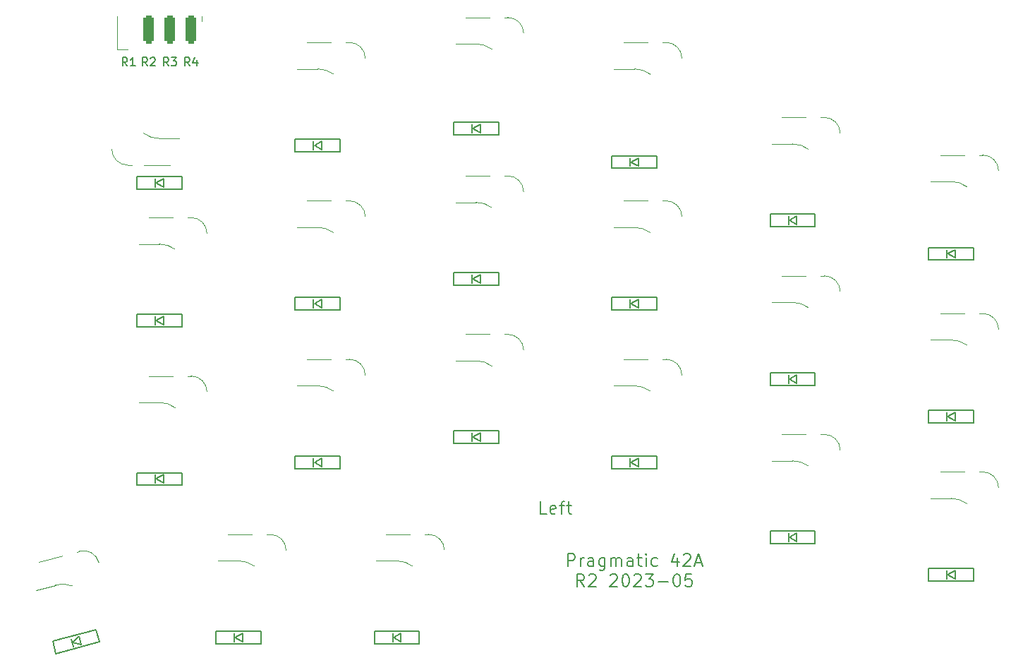
<source format=gto>
%TF.GenerationSoftware,KiCad,Pcbnew,7.0.2-0*%
%TF.CreationDate,2023-05-24T10:58:38+08:00*%
%TF.ProjectId,Input,496e7075-742e-46b6-9963-61645f706362,2*%
%TF.SameCoordinates,PX717cbc0PY58b1140*%
%TF.FileFunction,Legend,Top*%
%TF.FilePolarity,Positive*%
%FSLAX46Y46*%
G04 Gerber Fmt 4.6, Leading zero omitted, Abs format (unit mm)*
G04 Created by KiCad (PCBNEW 7.0.2-0) date 2023-05-24 10:58:38*
%MOMM*%
%LPD*%
G01*
G04 APERTURE LIST*
G04 Aperture macros list*
%AMRoundRect*
0 Rectangle with rounded corners*
0 $1 Rounding radius*
0 $2 $3 $4 $5 $6 $7 $8 $9 X,Y pos of 4 corners*
0 Add a 4 corners polygon primitive as box body*
4,1,4,$2,$3,$4,$5,$6,$7,$8,$9,$2,$3,0*
0 Add four circle primitives for the rounded corners*
1,1,$1+$1,$2,$3*
1,1,$1+$1,$4,$5*
1,1,$1+$1,$6,$7*
1,1,$1+$1,$8,$9*
0 Add four rect primitives between the rounded corners*
20,1,$1+$1,$2,$3,$4,$5,0*
20,1,$1+$1,$4,$5,$6,$7,0*
20,1,$1+$1,$6,$7,$8,$9,0*
20,1,$1+$1,$8,$9,$2,$3,0*%
%AMRotRect*
0 Rectangle, with rotation*
0 The origin of the aperture is its center*
0 $1 length*
0 $2 width*
0 $3 Rotation angle, in degrees counterclockwise*
0 Add horizontal line*
21,1,$1,$2,0,0,$3*%
G04 Aperture macros list end*
%ADD10C,0.150000*%
%ADD11C,0.200000*%
%ADD12C,0.120000*%
%ADD13C,1.900000*%
%ADD14C,3.000000*%
%ADD15C,4.000000*%
%ADD16R,2.550000X2.500000*%
%ADD17C,3.200000*%
%ADD18R,1.400000X1.000000*%
%ADD19RotRect,1.400000X1.000000X15.000000*%
%ADD20R,1.270000X3.429000*%
%ADD21RoundRect,0.317500X-0.317500X-1.397000X0.317500X-1.397000X0.317500X1.397000X-0.317500X1.397000X0*%
%ADD22RotRect,2.550000X2.500000X195.000000*%
%ADD23C,1.500000*%
G04 APERTURE END LIST*
D10*
X-1446667Y24537381D02*
X-1780000Y25013572D01*
X-2018095Y24537381D02*
X-2018095Y25537381D01*
X-2018095Y25537381D02*
X-1637143Y25537381D01*
X-1637143Y25537381D02*
X-1541905Y25489762D01*
X-1541905Y25489762D02*
X-1494286Y25442143D01*
X-1494286Y25442143D02*
X-1446667Y25346905D01*
X-1446667Y25346905D02*
X-1446667Y25204048D01*
X-1446667Y25204048D02*
X-1494286Y25108810D01*
X-1494286Y25108810D02*
X-1541905Y25061191D01*
X-1541905Y25061191D02*
X-1637143Y25013572D01*
X-1637143Y25013572D02*
X-2018095Y25013572D01*
X-1065714Y25442143D02*
X-1018095Y25489762D01*
X-1018095Y25489762D02*
X-922857Y25537381D01*
X-922857Y25537381D02*
X-684762Y25537381D01*
X-684762Y25537381D02*
X-589524Y25489762D01*
X-589524Y25489762D02*
X-541905Y25442143D01*
X-541905Y25442143D02*
X-494286Y25346905D01*
X-494286Y25346905D02*
X-494286Y25251667D01*
X-494286Y25251667D02*
X-541905Y25108810D01*
X-541905Y25108810D02*
X-1113333Y24537381D01*
X-1113333Y24537381D02*
X-494286Y24537381D01*
X-3859667Y24537381D02*
X-4193000Y25013572D01*
X-4431095Y24537381D02*
X-4431095Y25537381D01*
X-4431095Y25537381D02*
X-4050143Y25537381D01*
X-4050143Y25537381D02*
X-3954905Y25489762D01*
X-3954905Y25489762D02*
X-3907286Y25442143D01*
X-3907286Y25442143D02*
X-3859667Y25346905D01*
X-3859667Y25346905D02*
X-3859667Y25204048D01*
X-3859667Y25204048D02*
X-3907286Y25108810D01*
X-3907286Y25108810D02*
X-3954905Y25061191D01*
X-3954905Y25061191D02*
X-4050143Y25013572D01*
X-4050143Y25013572D02*
X-4431095Y25013572D01*
X-2907286Y24537381D02*
X-3478714Y24537381D01*
X-3193000Y24537381D02*
X-3193000Y25537381D01*
X-3193000Y25537381D02*
X-3288238Y25394524D01*
X-3288238Y25394524D02*
X-3383476Y25299286D01*
X-3383476Y25299286D02*
X-3478714Y25251667D01*
D11*
X49035714Y-35478928D02*
X49035714Y-33978928D01*
X49035714Y-33978928D02*
X49607143Y-33978928D01*
X49607143Y-33978928D02*
X49750000Y-34050357D01*
X49750000Y-34050357D02*
X49821429Y-34121785D01*
X49821429Y-34121785D02*
X49892857Y-34264642D01*
X49892857Y-34264642D02*
X49892857Y-34478928D01*
X49892857Y-34478928D02*
X49821429Y-34621785D01*
X49821429Y-34621785D02*
X49750000Y-34693214D01*
X49750000Y-34693214D02*
X49607143Y-34764642D01*
X49607143Y-34764642D02*
X49035714Y-34764642D01*
X50535714Y-35478928D02*
X50535714Y-34478928D01*
X50535714Y-34764642D02*
X50607143Y-34621785D01*
X50607143Y-34621785D02*
X50678572Y-34550357D01*
X50678572Y-34550357D02*
X50821429Y-34478928D01*
X50821429Y-34478928D02*
X50964286Y-34478928D01*
X52107143Y-35478928D02*
X52107143Y-34693214D01*
X52107143Y-34693214D02*
X52035714Y-34550357D01*
X52035714Y-34550357D02*
X51892857Y-34478928D01*
X51892857Y-34478928D02*
X51607143Y-34478928D01*
X51607143Y-34478928D02*
X51464285Y-34550357D01*
X52107143Y-35407500D02*
X51964285Y-35478928D01*
X51964285Y-35478928D02*
X51607143Y-35478928D01*
X51607143Y-35478928D02*
X51464285Y-35407500D01*
X51464285Y-35407500D02*
X51392857Y-35264642D01*
X51392857Y-35264642D02*
X51392857Y-35121785D01*
X51392857Y-35121785D02*
X51464285Y-34978928D01*
X51464285Y-34978928D02*
X51607143Y-34907500D01*
X51607143Y-34907500D02*
X51964285Y-34907500D01*
X51964285Y-34907500D02*
X52107143Y-34836071D01*
X53464286Y-34478928D02*
X53464286Y-35693214D01*
X53464286Y-35693214D02*
X53392857Y-35836071D01*
X53392857Y-35836071D02*
X53321428Y-35907500D01*
X53321428Y-35907500D02*
X53178571Y-35978928D01*
X53178571Y-35978928D02*
X52964286Y-35978928D01*
X52964286Y-35978928D02*
X52821428Y-35907500D01*
X53464286Y-35407500D02*
X53321428Y-35478928D01*
X53321428Y-35478928D02*
X53035714Y-35478928D01*
X53035714Y-35478928D02*
X52892857Y-35407500D01*
X52892857Y-35407500D02*
X52821428Y-35336071D01*
X52821428Y-35336071D02*
X52750000Y-35193214D01*
X52750000Y-35193214D02*
X52750000Y-34764642D01*
X52750000Y-34764642D02*
X52821428Y-34621785D01*
X52821428Y-34621785D02*
X52892857Y-34550357D01*
X52892857Y-34550357D02*
X53035714Y-34478928D01*
X53035714Y-34478928D02*
X53321428Y-34478928D01*
X53321428Y-34478928D02*
X53464286Y-34550357D01*
X54178571Y-35478928D02*
X54178571Y-34478928D01*
X54178571Y-34621785D02*
X54250000Y-34550357D01*
X54250000Y-34550357D02*
X54392857Y-34478928D01*
X54392857Y-34478928D02*
X54607143Y-34478928D01*
X54607143Y-34478928D02*
X54750000Y-34550357D01*
X54750000Y-34550357D02*
X54821429Y-34693214D01*
X54821429Y-34693214D02*
X54821429Y-35478928D01*
X54821429Y-34693214D02*
X54892857Y-34550357D01*
X54892857Y-34550357D02*
X55035714Y-34478928D01*
X55035714Y-34478928D02*
X55250000Y-34478928D01*
X55250000Y-34478928D02*
X55392857Y-34550357D01*
X55392857Y-34550357D02*
X55464286Y-34693214D01*
X55464286Y-34693214D02*
X55464286Y-35478928D01*
X56821429Y-35478928D02*
X56821429Y-34693214D01*
X56821429Y-34693214D02*
X56750000Y-34550357D01*
X56750000Y-34550357D02*
X56607143Y-34478928D01*
X56607143Y-34478928D02*
X56321429Y-34478928D01*
X56321429Y-34478928D02*
X56178571Y-34550357D01*
X56821429Y-35407500D02*
X56678571Y-35478928D01*
X56678571Y-35478928D02*
X56321429Y-35478928D01*
X56321429Y-35478928D02*
X56178571Y-35407500D01*
X56178571Y-35407500D02*
X56107143Y-35264642D01*
X56107143Y-35264642D02*
X56107143Y-35121785D01*
X56107143Y-35121785D02*
X56178571Y-34978928D01*
X56178571Y-34978928D02*
X56321429Y-34907500D01*
X56321429Y-34907500D02*
X56678571Y-34907500D01*
X56678571Y-34907500D02*
X56821429Y-34836071D01*
X57321429Y-34478928D02*
X57892857Y-34478928D01*
X57535714Y-33978928D02*
X57535714Y-35264642D01*
X57535714Y-35264642D02*
X57607143Y-35407500D01*
X57607143Y-35407500D02*
X57750000Y-35478928D01*
X57750000Y-35478928D02*
X57892857Y-35478928D01*
X58392857Y-35478928D02*
X58392857Y-34478928D01*
X58392857Y-33978928D02*
X58321429Y-34050357D01*
X58321429Y-34050357D02*
X58392857Y-34121785D01*
X58392857Y-34121785D02*
X58464286Y-34050357D01*
X58464286Y-34050357D02*
X58392857Y-33978928D01*
X58392857Y-33978928D02*
X58392857Y-34121785D01*
X59750001Y-35407500D02*
X59607143Y-35478928D01*
X59607143Y-35478928D02*
X59321429Y-35478928D01*
X59321429Y-35478928D02*
X59178572Y-35407500D01*
X59178572Y-35407500D02*
X59107143Y-35336071D01*
X59107143Y-35336071D02*
X59035715Y-35193214D01*
X59035715Y-35193214D02*
X59035715Y-34764642D01*
X59035715Y-34764642D02*
X59107143Y-34621785D01*
X59107143Y-34621785D02*
X59178572Y-34550357D01*
X59178572Y-34550357D02*
X59321429Y-34478928D01*
X59321429Y-34478928D02*
X59607143Y-34478928D01*
X59607143Y-34478928D02*
X59750001Y-34550357D01*
X62178572Y-34478928D02*
X62178572Y-35478928D01*
X61821429Y-33907500D02*
X61464286Y-34978928D01*
X61464286Y-34978928D02*
X62392857Y-34978928D01*
X62892857Y-34121785D02*
X62964285Y-34050357D01*
X62964285Y-34050357D02*
X63107143Y-33978928D01*
X63107143Y-33978928D02*
X63464285Y-33978928D01*
X63464285Y-33978928D02*
X63607143Y-34050357D01*
X63607143Y-34050357D02*
X63678571Y-34121785D01*
X63678571Y-34121785D02*
X63750000Y-34264642D01*
X63750000Y-34264642D02*
X63750000Y-34407500D01*
X63750000Y-34407500D02*
X63678571Y-34621785D01*
X63678571Y-34621785D02*
X62821428Y-35478928D01*
X62821428Y-35478928D02*
X63750000Y-35478928D01*
X64321428Y-35050357D02*
X65035714Y-35050357D01*
X64178571Y-35478928D02*
X64678571Y-33978928D01*
X64678571Y-33978928D02*
X65178571Y-35478928D01*
X50964287Y-37908928D02*
X50464287Y-37194642D01*
X50107144Y-37908928D02*
X50107144Y-36408928D01*
X50107144Y-36408928D02*
X50678573Y-36408928D01*
X50678573Y-36408928D02*
X50821430Y-36480357D01*
X50821430Y-36480357D02*
X50892859Y-36551785D01*
X50892859Y-36551785D02*
X50964287Y-36694642D01*
X50964287Y-36694642D02*
X50964287Y-36908928D01*
X50964287Y-36908928D02*
X50892859Y-37051785D01*
X50892859Y-37051785D02*
X50821430Y-37123214D01*
X50821430Y-37123214D02*
X50678573Y-37194642D01*
X50678573Y-37194642D02*
X50107144Y-37194642D01*
X51535716Y-36551785D02*
X51607144Y-36480357D01*
X51607144Y-36480357D02*
X51750002Y-36408928D01*
X51750002Y-36408928D02*
X52107144Y-36408928D01*
X52107144Y-36408928D02*
X52250002Y-36480357D01*
X52250002Y-36480357D02*
X52321430Y-36551785D01*
X52321430Y-36551785D02*
X52392859Y-36694642D01*
X52392859Y-36694642D02*
X52392859Y-36837500D01*
X52392859Y-36837500D02*
X52321430Y-37051785D01*
X52321430Y-37051785D02*
X51464287Y-37908928D01*
X51464287Y-37908928D02*
X52392859Y-37908928D01*
X54107144Y-36551785D02*
X54178572Y-36480357D01*
X54178572Y-36480357D02*
X54321430Y-36408928D01*
X54321430Y-36408928D02*
X54678572Y-36408928D01*
X54678572Y-36408928D02*
X54821430Y-36480357D01*
X54821430Y-36480357D02*
X54892858Y-36551785D01*
X54892858Y-36551785D02*
X54964287Y-36694642D01*
X54964287Y-36694642D02*
X54964287Y-36837500D01*
X54964287Y-36837500D02*
X54892858Y-37051785D01*
X54892858Y-37051785D02*
X54035715Y-37908928D01*
X54035715Y-37908928D02*
X54964287Y-37908928D01*
X55892858Y-36408928D02*
X56035715Y-36408928D01*
X56035715Y-36408928D02*
X56178572Y-36480357D01*
X56178572Y-36480357D02*
X56250001Y-36551785D01*
X56250001Y-36551785D02*
X56321429Y-36694642D01*
X56321429Y-36694642D02*
X56392858Y-36980357D01*
X56392858Y-36980357D02*
X56392858Y-37337500D01*
X56392858Y-37337500D02*
X56321429Y-37623214D01*
X56321429Y-37623214D02*
X56250001Y-37766071D01*
X56250001Y-37766071D02*
X56178572Y-37837500D01*
X56178572Y-37837500D02*
X56035715Y-37908928D01*
X56035715Y-37908928D02*
X55892858Y-37908928D01*
X55892858Y-37908928D02*
X55750001Y-37837500D01*
X55750001Y-37837500D02*
X55678572Y-37766071D01*
X55678572Y-37766071D02*
X55607143Y-37623214D01*
X55607143Y-37623214D02*
X55535715Y-37337500D01*
X55535715Y-37337500D02*
X55535715Y-36980357D01*
X55535715Y-36980357D02*
X55607143Y-36694642D01*
X55607143Y-36694642D02*
X55678572Y-36551785D01*
X55678572Y-36551785D02*
X55750001Y-36480357D01*
X55750001Y-36480357D02*
X55892858Y-36408928D01*
X56964286Y-36551785D02*
X57035714Y-36480357D01*
X57035714Y-36480357D02*
X57178572Y-36408928D01*
X57178572Y-36408928D02*
X57535714Y-36408928D01*
X57535714Y-36408928D02*
X57678572Y-36480357D01*
X57678572Y-36480357D02*
X57750000Y-36551785D01*
X57750000Y-36551785D02*
X57821429Y-36694642D01*
X57821429Y-36694642D02*
X57821429Y-36837500D01*
X57821429Y-36837500D02*
X57750000Y-37051785D01*
X57750000Y-37051785D02*
X56892857Y-37908928D01*
X56892857Y-37908928D02*
X57821429Y-37908928D01*
X58321428Y-36408928D02*
X59250000Y-36408928D01*
X59250000Y-36408928D02*
X58750000Y-36980357D01*
X58750000Y-36980357D02*
X58964285Y-36980357D01*
X58964285Y-36980357D02*
X59107143Y-37051785D01*
X59107143Y-37051785D02*
X59178571Y-37123214D01*
X59178571Y-37123214D02*
X59250000Y-37266071D01*
X59250000Y-37266071D02*
X59250000Y-37623214D01*
X59250000Y-37623214D02*
X59178571Y-37766071D01*
X59178571Y-37766071D02*
X59107143Y-37837500D01*
X59107143Y-37837500D02*
X58964285Y-37908928D01*
X58964285Y-37908928D02*
X58535714Y-37908928D01*
X58535714Y-37908928D02*
X58392857Y-37837500D01*
X58392857Y-37837500D02*
X58321428Y-37766071D01*
X59892856Y-37337500D02*
X61035714Y-37337500D01*
X62035714Y-36408928D02*
X62178571Y-36408928D01*
X62178571Y-36408928D02*
X62321428Y-36480357D01*
X62321428Y-36480357D02*
X62392857Y-36551785D01*
X62392857Y-36551785D02*
X62464285Y-36694642D01*
X62464285Y-36694642D02*
X62535714Y-36980357D01*
X62535714Y-36980357D02*
X62535714Y-37337500D01*
X62535714Y-37337500D02*
X62464285Y-37623214D01*
X62464285Y-37623214D02*
X62392857Y-37766071D01*
X62392857Y-37766071D02*
X62321428Y-37837500D01*
X62321428Y-37837500D02*
X62178571Y-37908928D01*
X62178571Y-37908928D02*
X62035714Y-37908928D01*
X62035714Y-37908928D02*
X61892857Y-37837500D01*
X61892857Y-37837500D02*
X61821428Y-37766071D01*
X61821428Y-37766071D02*
X61749999Y-37623214D01*
X61749999Y-37623214D02*
X61678571Y-37337500D01*
X61678571Y-37337500D02*
X61678571Y-36980357D01*
X61678571Y-36980357D02*
X61749999Y-36694642D01*
X61749999Y-36694642D02*
X61821428Y-36551785D01*
X61821428Y-36551785D02*
X61892857Y-36480357D01*
X61892857Y-36480357D02*
X62035714Y-36408928D01*
X63892856Y-36408928D02*
X63178570Y-36408928D01*
X63178570Y-36408928D02*
X63107142Y-37123214D01*
X63107142Y-37123214D02*
X63178570Y-37051785D01*
X63178570Y-37051785D02*
X63321428Y-36980357D01*
X63321428Y-36980357D02*
X63678570Y-36980357D01*
X63678570Y-36980357D02*
X63821428Y-37051785D01*
X63821428Y-37051785D02*
X63892856Y-37123214D01*
X63892856Y-37123214D02*
X63964285Y-37266071D01*
X63964285Y-37266071D02*
X63964285Y-37623214D01*
X63964285Y-37623214D02*
X63892856Y-37766071D01*
X63892856Y-37766071D02*
X63821428Y-37837500D01*
X63821428Y-37837500D02*
X63678570Y-37908928D01*
X63678570Y-37908928D02*
X63321428Y-37908928D01*
X63321428Y-37908928D02*
X63178570Y-37837500D01*
X63178570Y-37837500D02*
X63107142Y-37766071D01*
D10*
X3633333Y24537381D02*
X3300000Y25013572D01*
X3061905Y24537381D02*
X3061905Y25537381D01*
X3061905Y25537381D02*
X3442857Y25537381D01*
X3442857Y25537381D02*
X3538095Y25489762D01*
X3538095Y25489762D02*
X3585714Y25442143D01*
X3585714Y25442143D02*
X3633333Y25346905D01*
X3633333Y25346905D02*
X3633333Y25204048D01*
X3633333Y25204048D02*
X3585714Y25108810D01*
X3585714Y25108810D02*
X3538095Y25061191D01*
X3538095Y25061191D02*
X3442857Y25013572D01*
X3442857Y25013572D02*
X3061905Y25013572D01*
X4490476Y25204048D02*
X4490476Y24537381D01*
X4252381Y25585000D02*
X4014286Y24870715D01*
X4014286Y24870715D02*
X4633333Y24870715D01*
X1093333Y24537381D02*
X760000Y25013572D01*
X521905Y24537381D02*
X521905Y25537381D01*
X521905Y25537381D02*
X902857Y25537381D01*
X902857Y25537381D02*
X998095Y25489762D01*
X998095Y25489762D02*
X1045714Y25442143D01*
X1045714Y25442143D02*
X1093333Y25346905D01*
X1093333Y25346905D02*
X1093333Y25204048D01*
X1093333Y25204048D02*
X1045714Y25108810D01*
X1045714Y25108810D02*
X998095Y25061191D01*
X998095Y25061191D02*
X902857Y25013572D01*
X902857Y25013572D02*
X521905Y25013572D01*
X1426667Y25537381D02*
X2045714Y25537381D01*
X2045714Y25537381D02*
X1712381Y25156429D01*
X1712381Y25156429D02*
X1855238Y25156429D01*
X1855238Y25156429D02*
X1950476Y25108810D01*
X1950476Y25108810D02*
X1998095Y25061191D01*
X1998095Y25061191D02*
X2045714Y24965953D01*
X2045714Y24965953D02*
X2045714Y24727858D01*
X2045714Y24727858D02*
X1998095Y24632620D01*
X1998095Y24632620D02*
X1950476Y24585000D01*
X1950476Y24585000D02*
X1855238Y24537381D01*
X1855238Y24537381D02*
X1569524Y24537381D01*
X1569524Y24537381D02*
X1474286Y24585000D01*
X1474286Y24585000D02*
X1426667Y24632620D01*
D11*
X46464285Y-29193928D02*
X45749999Y-29193928D01*
X45749999Y-29193928D02*
X45749999Y-27693928D01*
X47535714Y-29122500D02*
X47392857Y-29193928D01*
X47392857Y-29193928D02*
X47107143Y-29193928D01*
X47107143Y-29193928D02*
X46964285Y-29122500D01*
X46964285Y-29122500D02*
X46892857Y-28979642D01*
X46892857Y-28979642D02*
X46892857Y-28408214D01*
X46892857Y-28408214D02*
X46964285Y-28265357D01*
X46964285Y-28265357D02*
X47107143Y-28193928D01*
X47107143Y-28193928D02*
X47392857Y-28193928D01*
X47392857Y-28193928D02*
X47535714Y-28265357D01*
X47535714Y-28265357D02*
X47607143Y-28408214D01*
X47607143Y-28408214D02*
X47607143Y-28551071D01*
X47607143Y-28551071D02*
X46892857Y-28693928D01*
X48035714Y-28193928D02*
X48607142Y-28193928D01*
X48249999Y-29193928D02*
X48249999Y-27908214D01*
X48249999Y-27908214D02*
X48321428Y-27765357D01*
X48321428Y-27765357D02*
X48464285Y-27693928D01*
X48464285Y-27693928D02*
X48607142Y-27693928D01*
X48892857Y-28193928D02*
X49464285Y-28193928D01*
X49107142Y-27693928D02*
X49107142Y-28979642D01*
X49107142Y-28979642D02*
X49178571Y-29122500D01*
X49178571Y-29122500D02*
X49321428Y-29193928D01*
X49321428Y-29193928D02*
X49464285Y-29193928D01*
D12*
%TO.C,SW17*%
X19000000Y24175000D02*
X15190000Y24175000D01*
X22810000Y27350000D02*
X17730000Y27350000D01*
X20905000Y23540000D02*
G75*
G03*
X19000000Y24175000I-1905003J-2540009D01*
G01*
X24715000Y25445000D02*
G75*
G03*
X22810000Y27350000I-1905000J0D01*
G01*
%TO.C,SW29*%
X19000000Y5175000D02*
X15190000Y5175000D01*
X22810000Y8350000D02*
X17730000Y8350000D01*
X20905000Y4540000D02*
G75*
G03*
X19000000Y5175000I-1905003J-2540009D01*
G01*
X24715000Y6445000D02*
G75*
G03*
X22810000Y8350000I-1905000J0D01*
G01*
D10*
%TO.C,D27*%
X54300000Y-3250000D02*
X54300000Y-4750000D01*
X54300000Y-4750000D02*
X59700000Y-4750000D01*
X56500000Y-3500000D02*
X56500000Y-4500000D01*
X56600000Y-4000000D02*
X57500000Y-3500000D01*
X57500000Y-3500000D02*
X57500000Y-4500000D01*
X57500000Y-4500000D02*
X56600000Y-4000000D01*
X59700000Y-3250000D02*
X54300000Y-3250000D01*
X59700000Y-3250000D02*
X59700000Y-4750000D01*
%TO.C,D18*%
X-2700000Y11250000D02*
X-2700000Y9750000D01*
X-2700000Y9750000D02*
X2700000Y9750000D01*
X-500000Y11000000D02*
X-500000Y10000000D01*
X-400000Y10500000D02*
X500000Y11000000D01*
X500000Y11000000D02*
X500000Y10000000D01*
X500000Y10000000D02*
X-400000Y10500000D01*
X2700000Y11250000D02*
X-2700000Y11250000D01*
X2700000Y11250000D02*
X2700000Y9750000D01*
D12*
%TO.C,SW15*%
X57000000Y24175000D02*
X53190000Y24175000D01*
X60810000Y27350000D02*
X55730000Y27350000D01*
X58905000Y23540000D02*
G75*
G03*
X57000000Y24175000I-1905003J-2540009D01*
G01*
X62715000Y25445000D02*
G75*
G03*
X60810000Y27350000I-1905000J0D01*
G01*
D10*
%TO.C,D15*%
X54300000Y13750000D02*
X54300000Y12250000D01*
X54300000Y12250000D02*
X59700000Y12250000D01*
X56500000Y13500000D02*
X56500000Y12500000D01*
X56600000Y13000000D02*
X57500000Y13500000D01*
X57500000Y13500000D02*
X57500000Y12500000D01*
X57500000Y12500000D02*
X56600000Y13000000D01*
X59700000Y13750000D02*
X54300000Y13750000D01*
X59700000Y13750000D02*
X59700000Y12250000D01*
%TO.C,D37*%
X92300000Y-35750000D02*
X92300000Y-37250000D01*
X92300000Y-37250000D02*
X97700000Y-37250000D01*
X94500000Y-36000000D02*
X94500000Y-37000000D01*
X94600000Y-36500000D02*
X95500000Y-36000000D01*
X95500000Y-36000000D02*
X95500000Y-37000000D01*
X95500000Y-37000000D02*
X94600000Y-36500000D01*
X97700000Y-35750000D02*
X92300000Y-35750000D01*
X97700000Y-35750000D02*
X97700000Y-37250000D01*
%TO.C,D52*%
X25800016Y-43250000D02*
X25800016Y-44750000D01*
X25800016Y-44750000D02*
X31200016Y-44750000D01*
X28000016Y-43500000D02*
X28000016Y-44500000D01*
X28100016Y-44000000D02*
X29000016Y-43500000D01*
X29000016Y-43500000D02*
X29000016Y-44500000D01*
X29000016Y-44500000D02*
X28100016Y-44000000D01*
X31200016Y-43250000D02*
X25800016Y-43250000D01*
X31200016Y-43250000D02*
X31200016Y-44750000D01*
%TO.C,D16*%
X35300000Y17750000D02*
X35300000Y16250000D01*
X35300000Y16250000D02*
X40700000Y16250000D01*
X37500000Y17500000D02*
X37500000Y16500000D01*
X37600000Y17000000D02*
X38500000Y17500000D01*
X38500000Y17500000D02*
X38500000Y16500000D01*
X38500000Y16500000D02*
X37600000Y17000000D01*
X40700000Y17750000D02*
X35300000Y17750000D01*
X40700000Y17750000D02*
X40700000Y16250000D01*
D12*
%TO.C,SW26*%
X76000000Y-3825000D02*
X72190000Y-3825000D01*
X79810000Y-650000D02*
X74730000Y-650000D01*
X77905000Y-4460000D02*
G75*
G03*
X76000000Y-3825000I-1905003J-2540009D01*
G01*
X81715000Y-2555000D02*
G75*
G03*
X79810000Y-650000I-1905000J0D01*
G01*
%TO.C,SW38*%
X76000000Y-22825000D02*
X72190000Y-22825000D01*
X79810000Y-19650000D02*
X74730000Y-19650000D01*
X77905000Y-23460000D02*
G75*
G03*
X76000000Y-22825000I-1905003J-2540009D01*
G01*
X81715000Y-21555000D02*
G75*
G03*
X79810000Y-19650000I-1905000J0D01*
G01*
D10*
%TO.C,D54*%
X-12802114Y-44474367D02*
X-12413885Y-45923256D01*
X-12413885Y-45923256D02*
X-7197886Y-44525633D01*
X-10612372Y-44146447D02*
X-10353553Y-45112372D01*
X-10386370Y-44603528D02*
X-9646447Y-43887628D01*
X-9646447Y-43887628D02*
X-9387628Y-44853553D01*
X-9387628Y-44853553D02*
X-10386370Y-44603528D01*
X-7586115Y-43076744D02*
X-12802114Y-44474367D01*
X-7586115Y-43076744D02*
X-7197886Y-44525633D01*
D12*
%TO.C,SW27*%
X57000000Y5175000D02*
X53190000Y5175000D01*
X60810000Y8350000D02*
X55730000Y8350000D01*
X58905000Y4540000D02*
G75*
G03*
X57000000Y5175000I-1905003J-2540009D01*
G01*
X62715000Y6445000D02*
G75*
G03*
X60810000Y8350000I-1905000J0D01*
G01*
D10*
%TO.C,D53*%
X6800000Y-43250000D02*
X6800000Y-44750000D01*
X6800000Y-44750000D02*
X12200000Y-44750000D01*
X9000000Y-43500000D02*
X9000000Y-44500000D01*
X9100000Y-44000000D02*
X10000000Y-43500000D01*
X10000000Y-43500000D02*
X10000000Y-44500000D01*
X10000000Y-44500000D02*
X9100000Y-44000000D01*
X12200000Y-43250000D02*
X6800000Y-43250000D01*
X12200000Y-43250000D02*
X12200000Y-44750000D01*
%TO.C,D39*%
X54300000Y-22250000D02*
X54300000Y-23750000D01*
X54300000Y-23750000D02*
X59700000Y-23750000D01*
X56500000Y-22500000D02*
X56500000Y-23500000D01*
X56600000Y-23000000D02*
X57500000Y-22500000D01*
X57500000Y-22500000D02*
X57500000Y-23500000D01*
X57500000Y-23500000D02*
X56600000Y-23000000D01*
X59700000Y-22250000D02*
X54300000Y-22250000D01*
X59700000Y-22250000D02*
X59700000Y-23750000D01*
D12*
%TO.C,SW52*%
X28500000Y-34825000D02*
X24690000Y-34825000D01*
X32310000Y-31650000D02*
X27230000Y-31650000D01*
X30405000Y-35460000D02*
G75*
G03*
X28500000Y-34825000I-1905003J-2540009D01*
G01*
X34215000Y-33555000D02*
G75*
G03*
X32310000Y-31650000I-1905000J0D01*
G01*
D10*
%TO.C,D42*%
X-2700000Y-24250000D02*
X-2700000Y-25750000D01*
X-2700000Y-25750000D02*
X2700000Y-25750000D01*
X-500000Y-24500000D02*
X-500000Y-25500000D01*
X-400000Y-25000000D02*
X500000Y-24500000D01*
X500000Y-24500000D02*
X500000Y-25500000D01*
X500000Y-25500000D02*
X-400000Y-25000000D01*
X2700000Y-24250000D02*
X-2700000Y-24250000D01*
X2700000Y-24250000D02*
X2700000Y-25750000D01*
%TO.C,D30*%
X-2700000Y-5250000D02*
X-2700000Y-6750000D01*
X-2700000Y-6750000D02*
X2700000Y-6750000D01*
X-500000Y-5500000D02*
X-500000Y-6500000D01*
X-400000Y-6000000D02*
X500000Y-5500000D01*
X500000Y-5500000D02*
X500000Y-6500000D01*
X500000Y-6500000D02*
X-400000Y-6000000D01*
X2700000Y-5250000D02*
X-2700000Y-5250000D01*
X2700000Y-5250000D02*
X2700000Y-6750000D01*
D12*
%TO.C,SW13*%
X95000000Y10675000D02*
X91190000Y10675000D01*
X98810000Y13850000D02*
X93730000Y13850000D01*
X96905000Y10040000D02*
G75*
G03*
X95000000Y10675000I-1905003J-2540009D01*
G01*
X100715000Y11945000D02*
G75*
G03*
X98810000Y13850000I-1905000J0D01*
G01*
D10*
%TO.C,D28*%
X35300000Y-250000D02*
X35300000Y-1750000D01*
X35300000Y-1750000D02*
X40700000Y-1750000D01*
X37500000Y-500000D02*
X37500000Y-1500000D01*
X37600000Y-1000000D02*
X38500000Y-500000D01*
X38500000Y-500000D02*
X38500000Y-1500000D01*
X38500000Y-1500000D02*
X37600000Y-1000000D01*
X40700000Y-250000D02*
X35300000Y-250000D01*
X40700000Y-250000D02*
X40700000Y-1750000D01*
D12*
%TO.C,SW28*%
X38000000Y8175000D02*
X34190000Y8175000D01*
X41810000Y11350000D02*
X36730000Y11350000D01*
X39905000Y7540000D02*
G75*
G03*
X38000000Y8175000I-1905003J-2540009D01*
G01*
X43715000Y9445000D02*
G75*
G03*
X41810000Y11350000I-1905000J0D01*
G01*
D10*
%TO.C,D13*%
X92300000Y2750000D02*
X92300000Y1250000D01*
X92300000Y1250000D02*
X97700000Y1250000D01*
X94500000Y2500000D02*
X94500000Y1500000D01*
X94600000Y2000000D02*
X95500000Y2500000D01*
X95500000Y2500000D02*
X95500000Y1500000D01*
X95500000Y1500000D02*
X94600000Y2000000D01*
X97700000Y2750000D02*
X92300000Y2750000D01*
X97700000Y2750000D02*
X97700000Y1250000D01*
D12*
%TO.C,SW42*%
X0Y-15825000D02*
X-3810000Y-15825000D01*
X3810000Y-12650000D02*
X-1270000Y-12650000D01*
X1905000Y-16460000D02*
G75*
G03*
X0Y-15825000I-1905003J-2540009D01*
G01*
X5715000Y-14555000D02*
G75*
G03*
X3810000Y-12650000I-1905000J0D01*
G01*
%TO.C,SW14*%
X76000000Y15175000D02*
X72190000Y15175000D01*
X79810000Y18350000D02*
X74730000Y18350000D01*
X77905000Y14540000D02*
G75*
G03*
X76000000Y15175000I-1905003J-2540009D01*
G01*
X81715000Y16445000D02*
G75*
G03*
X79810000Y18350000I-1905000J0D01*
G01*
%TO.C,SW30*%
X0Y3175000D02*
X-3810000Y3175000D01*
X3810000Y6350000D02*
X-1270000Y6350000D01*
X1905000Y2540000D02*
G75*
G03*
X0Y3175000I-1905003J-2540009D01*
G01*
X5715000Y4445000D02*
G75*
G03*
X3810000Y6350000I-1905000J0D01*
G01*
%TO.C,J1*%
X5080000Y29865000D02*
X5080000Y30500000D01*
X-3810000Y26500000D02*
X-5080000Y26500000D01*
X-5080000Y26500000D02*
X-5080000Y30500000D01*
D10*
%TO.C,D26*%
X73300000Y-12250000D02*
X73300000Y-13750000D01*
X73300000Y-13750000D02*
X78700000Y-13750000D01*
X75500000Y-12500000D02*
X75500000Y-13500000D01*
X75600000Y-13000000D02*
X76500000Y-12500000D01*
X76500000Y-12500000D02*
X76500000Y-13500000D01*
X76500000Y-13500000D02*
X75600000Y-13000000D01*
X78700000Y-12250000D02*
X73300000Y-12250000D01*
X78700000Y-12250000D02*
X78700000Y-13750000D01*
D12*
%TO.C,SW53*%
X9500000Y-34825000D02*
X5690000Y-34825000D01*
X13310000Y-31650000D02*
X8230000Y-31650000D01*
X11405000Y-35460000D02*
G75*
G03*
X9500000Y-34825000I-1905003J-2540009D01*
G01*
X15215000Y-33555000D02*
G75*
G03*
X13310000Y-31650000I-1905000J0D01*
G01*
%TO.C,SW18*%
X0Y15825000D02*
X3810000Y15825000D01*
X-3810000Y12650000D02*
X1270000Y12650000D01*
X-1905000Y16460000D02*
G75*
G03*
X0Y15825000I1905003J2540009D01*
G01*
X-5715000Y14555000D02*
G75*
G03*
X-3810000Y12650000I1905000J0D01*
G01*
%TO.C,SW40*%
X38000000Y-10825000D02*
X34190000Y-10825000D01*
X41810000Y-7650000D02*
X36730000Y-7650000D01*
X39905000Y-11460000D02*
G75*
G03*
X38000000Y-10825000I-1905003J-2540009D01*
G01*
X43715000Y-9555000D02*
G75*
G03*
X41810000Y-7650000I-1905000J0D01*
G01*
%TO.C,SW41*%
X19000000Y-13825000D02*
X15190000Y-13825000D01*
X22810000Y-10650000D02*
X17730000Y-10650000D01*
X20905000Y-14460000D02*
G75*
G03*
X19000000Y-13825000I-1905003J-2540009D01*
G01*
X24715000Y-12555000D02*
G75*
G03*
X22810000Y-10650000I-1905000J0D01*
G01*
D10*
%TO.C,D14*%
X73300000Y6750000D02*
X73300000Y5250000D01*
X73300000Y5250000D02*
X78700000Y5250000D01*
X75500000Y6500000D02*
X75500000Y5500000D01*
X75600000Y6000000D02*
X76500000Y6500000D01*
X76500000Y6500000D02*
X76500000Y5500000D01*
X76500000Y5500000D02*
X75600000Y6000000D01*
X78700000Y6750000D02*
X73300000Y6750000D01*
X78700000Y6750000D02*
X78700000Y5250000D01*
%TO.C,D17*%
X16300000Y15750000D02*
X16300000Y14250000D01*
X16300000Y14250000D02*
X21700000Y14250000D01*
X18500000Y15500000D02*
X18500000Y14500000D01*
X18600000Y15000000D02*
X19500000Y15500000D01*
X19500000Y15500000D02*
X19500000Y14500000D01*
X19500000Y14500000D02*
X18600000Y15000000D01*
X21700000Y15750000D02*
X16300000Y15750000D01*
X21700000Y15750000D02*
X21700000Y14250000D01*
D12*
%TO.C,SW39*%
X57000000Y-13825000D02*
X53190000Y-13825000D01*
X60810000Y-10650000D02*
X55730000Y-10650000D01*
X58905000Y-14460000D02*
G75*
G03*
X57000000Y-13825000I-1905003J-2540009D01*
G01*
X62715000Y-12555000D02*
G75*
G03*
X60810000Y-10650000I-1905000J0D01*
G01*
D10*
%TO.C,D40*%
X35300000Y-19250000D02*
X35300000Y-20750000D01*
X35300000Y-20750000D02*
X40700000Y-20750000D01*
X37500000Y-19500000D02*
X37500000Y-20500000D01*
X37600000Y-20000000D02*
X38500000Y-19500000D01*
X38500000Y-19500000D02*
X38500000Y-20500000D01*
X38500000Y-20500000D02*
X37600000Y-20000000D01*
X40700000Y-19250000D02*
X35300000Y-19250000D01*
X40700000Y-19250000D02*
X40700000Y-20750000D01*
D12*
%TO.C,SW25*%
X95000000Y-8325000D02*
X91190000Y-8325000D01*
X98810000Y-5150000D02*
X93730000Y-5150000D01*
X96905000Y-8960000D02*
G75*
G03*
X95000000Y-8325000I-1905003J-2540009D01*
G01*
X100715000Y-7055000D02*
G75*
G03*
X98810000Y-5150000I-1905000J0D01*
G01*
D10*
%TO.C,D29*%
X16300000Y-3250000D02*
X16300000Y-4750000D01*
X16300000Y-4750000D02*
X21700000Y-4750000D01*
X18500000Y-3500000D02*
X18500000Y-4500000D01*
X18600000Y-4000000D02*
X19500000Y-3500000D01*
X19500000Y-3500000D02*
X19500000Y-4500000D01*
X19500000Y-4500000D02*
X18600000Y-4000000D01*
X21700000Y-3250000D02*
X16300000Y-3250000D01*
X21700000Y-3250000D02*
X21700000Y-4750000D01*
%TO.C,D25*%
X92300000Y-16750000D02*
X92300000Y-18250000D01*
X92300000Y-18250000D02*
X97700000Y-18250000D01*
X94500000Y-17000000D02*
X94500000Y-18000000D01*
X94600000Y-17500000D02*
X95500000Y-17000000D01*
X95500000Y-17000000D02*
X95500000Y-18000000D01*
X95500000Y-18000000D02*
X94600000Y-17500000D01*
X97700000Y-16750000D02*
X92300000Y-16750000D01*
X97700000Y-16750000D02*
X97700000Y-18250000D01*
D12*
%TO.C,SW16*%
X38000000Y27175000D02*
X34190000Y27175000D01*
X41810000Y30350000D02*
X36730000Y30350000D01*
X39905000Y26540000D02*
G75*
G03*
X38000000Y27175000I-1905003J-2540009D01*
G01*
X43715000Y28445000D02*
G75*
G03*
X41810000Y30350000I-1905000J0D01*
G01*
%TO.C,SW54*%
X-12456750Y-37715186D02*
X-16136928Y-38701286D01*
X-9598324Y-33662270D02*
X-14505227Y-34977071D01*
X-10452313Y-37835500D02*
G75*
G03*
X-12456750Y-37715187I-1182688J-2946509D01*
G01*
X-7265184Y-35009309D02*
G75*
G03*
X-9598324Y-33662270I-1840089J-493050D01*
G01*
%TO.C,SW37*%
X95000000Y-27325000D02*
X91190000Y-27325000D01*
X98810000Y-24150000D02*
X93730000Y-24150000D01*
X96905000Y-27960000D02*
G75*
G03*
X95000000Y-27325000I-1905003J-2540009D01*
G01*
X100715000Y-26055000D02*
G75*
G03*
X98810000Y-24150000I-1905000J0D01*
G01*
D10*
%TO.C,D38*%
X73300000Y-31250000D02*
X73300000Y-32750000D01*
X73300000Y-32750000D02*
X78700000Y-32750000D01*
X75500000Y-31500000D02*
X75500000Y-32500000D01*
X75600000Y-32000000D02*
X76500000Y-31500000D01*
X76500000Y-31500000D02*
X76500000Y-32500000D01*
X76500000Y-32500000D02*
X75600000Y-32000000D01*
X78700000Y-31250000D02*
X73300000Y-31250000D01*
X78700000Y-31250000D02*
X78700000Y-32750000D01*
%TO.C,D41*%
X16300000Y-22250000D02*
X16300000Y-23750000D01*
X16300000Y-23750000D02*
X21700000Y-23750000D01*
X18500000Y-22500000D02*
X18500000Y-23500000D01*
X18600000Y-23000000D02*
X19500000Y-22500000D01*
X19500000Y-22500000D02*
X19500000Y-23500000D01*
X19500000Y-23500000D02*
X18600000Y-23000000D01*
X21700000Y-22250000D02*
X16300000Y-22250000D01*
X21700000Y-22250000D02*
X21700000Y-23750000D01*
%TD*%
%LPC*%
D13*
%TO.C,SW20*%
X13920000Y21000000D03*
D14*
X15190000Y23540000D03*
D15*
X19000000Y21000000D03*
D14*
X21540000Y26080000D03*
D13*
X24080000Y21000000D03*
%TD*%
D14*
%TO.C,SW17*%
X16460000Y26080000D03*
X22810000Y23540000D03*
D16*
X13158000Y26080000D03*
X26085000Y23540000D03*
%TD*%
D17*
%TO.C,H1*%
X38000000Y-26000000D03*
%TD*%
D14*
%TO.C,SW29*%
X16460000Y7080000D03*
X22810000Y4540000D03*
D16*
X13158000Y7080000D03*
X26085000Y4540000D03*
%TD*%
D18*
%TO.C,D27*%
X55225000Y-4000000D03*
X58775000Y-4000000D03*
%TD*%
%TO.C,D18*%
X-1775000Y10500000D03*
X1775000Y10500000D03*
%TD*%
D13*
%TO.C,SW22*%
X51920000Y21000000D03*
D14*
X53190000Y23540000D03*
D15*
X57000000Y21000000D03*
D14*
X59540000Y26080000D03*
D13*
X62080000Y21000000D03*
%TD*%
%TO.C,SW44*%
X13920000Y-17000000D03*
D14*
X15190000Y-14460000D03*
D15*
X19000000Y-17000000D03*
D14*
X21540000Y-11920000D03*
D13*
X24080000Y-17000000D03*
%TD*%
D14*
%TO.C,SW15*%
X54460000Y26080000D03*
X60810000Y23540000D03*
D16*
X51158000Y26080000D03*
X64085000Y23540000D03*
%TD*%
D13*
%TO.C,SW36*%
X89920000Y-11500000D03*
D14*
X91190000Y-8960000D03*
D15*
X95000000Y-11500000D03*
D14*
X97540000Y-6420000D03*
D13*
X100080000Y-11500000D03*
%TD*%
D18*
%TO.C,D15*%
X55225000Y13000000D03*
X58775000Y13000000D03*
%TD*%
D13*
%TO.C,SW34*%
X51920000Y2000000D03*
D14*
X53190000Y4540000D03*
D15*
X57000000Y2000000D03*
D14*
X59540000Y7080000D03*
D13*
X62080000Y2000000D03*
%TD*%
D18*
%TO.C,D37*%
X93225000Y-36500000D03*
X96775000Y-36500000D03*
%TD*%
%TO.C,D52*%
X26725016Y-44000000D03*
X30275016Y-44000000D03*
%TD*%
%TO.C,D16*%
X36225000Y17000000D03*
X39775000Y17000000D03*
%TD*%
D14*
%TO.C,SW26*%
X73460000Y-1920000D03*
X79810000Y-4460000D03*
D16*
X70158000Y-1920000D03*
X83085000Y-4460000D03*
%TD*%
D13*
%TO.C,SW21*%
X32920000Y24000000D03*
D14*
X34190000Y26540000D03*
D15*
X38000000Y24000000D03*
D14*
X40540000Y29080000D03*
D13*
X43080000Y24000000D03*
%TD*%
%TO.C,SW19*%
X5080000Y19000000D03*
D14*
X3810000Y16460000D03*
D15*
X0Y19000000D03*
D14*
X-2540000Y13920000D03*
D13*
X-5080000Y19000000D03*
%TD*%
%TO.C,SW45*%
X32920000Y-14000000D03*
D14*
X34190000Y-11460000D03*
D15*
X38000000Y-14000000D03*
D14*
X40540000Y-8920000D03*
D13*
X43080000Y-14000000D03*
%TD*%
D14*
%TO.C,SW38*%
X73460000Y-20920000D03*
X79810000Y-23460000D03*
D16*
X70158000Y-20920000D03*
X83085000Y-23460000D03*
%TD*%
D19*
%TO.C,D54*%
X-11714518Y-44959404D03*
X-8285482Y-44040596D03*
%TD*%
D13*
%TO.C,SW33*%
X32920000Y5000000D03*
D14*
X34190000Y7540000D03*
D15*
X38000000Y5000000D03*
D14*
X40540000Y10080000D03*
D13*
X43080000Y5000000D03*
%TD*%
D14*
%TO.C,SW27*%
X54460000Y7080000D03*
X60810000Y4540000D03*
D16*
X51158000Y7080000D03*
X64085000Y4540000D03*
%TD*%
D13*
%TO.C,SW24*%
X89920000Y7500000D03*
D14*
X91190000Y10040000D03*
D15*
X95000000Y7500000D03*
D14*
X97540000Y12580000D03*
D13*
X100080000Y7500000D03*
%TD*%
%TO.C,SW47*%
X70920000Y-26000000D03*
D14*
X72190000Y-23460000D03*
D15*
X76000000Y-26000000D03*
D14*
X78540000Y-20920000D03*
D13*
X81080000Y-26000000D03*
%TD*%
D18*
%TO.C,D53*%
X7725000Y-44000000D03*
X11275000Y-44000000D03*
%TD*%
%TO.C,D39*%
X55225000Y-23000000D03*
X58775000Y-23000000D03*
%TD*%
D14*
%TO.C,SW52*%
X25960000Y-32920000D03*
X32310000Y-35460000D03*
D16*
X22658000Y-32920000D03*
X35585000Y-35460000D03*
%TD*%
D13*
%TO.C,SW32*%
X13920000Y2000000D03*
D14*
X15190000Y4540000D03*
D15*
X19000000Y2000000D03*
D14*
X21540000Y7080000D03*
D13*
X24080000Y2000000D03*
%TD*%
D18*
%TO.C,D42*%
X-1775000Y-25000000D03*
X1775000Y-25000000D03*
%TD*%
%TO.C,D30*%
X-1775000Y-6000000D03*
X1775000Y-6000000D03*
%TD*%
D14*
%TO.C,SW13*%
X92460000Y12580000D03*
X98810000Y10040000D03*
D16*
X89158000Y12580000D03*
X102085000Y10040000D03*
%TD*%
D18*
%TO.C,D28*%
X36225000Y-1000000D03*
X39775000Y-1000000D03*
%TD*%
D13*
%TO.C,SW35*%
X70920000Y-7000000D03*
D14*
X72190000Y-4460000D03*
D15*
X76000000Y-7000000D03*
D14*
X78540000Y-1920000D03*
D13*
X81080000Y-7000000D03*
%TD*%
%TO.C,SW43*%
X-5080000Y-19000000D03*
D14*
X-3810000Y-16460000D03*
D15*
X0Y-19000000D03*
D14*
X2540000Y-13920000D03*
D13*
X5080000Y-19000000D03*
%TD*%
%TO.C,SW31*%
X-5080000Y0D03*
D14*
X-3810000Y2540000D03*
D15*
X0Y0D03*
D14*
X2540000Y5080000D03*
D13*
X5080000Y0D03*
%TD*%
D14*
%TO.C,SW28*%
X35460000Y10080000D03*
X41810000Y7540000D03*
D16*
X32158000Y10080000D03*
X45085000Y7540000D03*
%TD*%
D17*
%TO.C,H2*%
X76000000Y-38000000D03*
%TD*%
D18*
%TO.C,D13*%
X93225000Y2000000D03*
X96775000Y2000000D03*
%TD*%
D14*
%TO.C,SW42*%
X-2540000Y-13920000D03*
X3810000Y-16460000D03*
D16*
X-5842000Y-13920000D03*
X7085000Y-16460000D03*
%TD*%
D14*
%TO.C,SW14*%
X73460000Y17080000D03*
X79810000Y14540000D03*
D16*
X70158000Y17080000D03*
X83085000Y14540000D03*
%TD*%
D14*
%TO.C,SW30*%
X-2540000Y5080000D03*
X3810000Y2540000D03*
D16*
X-5842000Y5080000D03*
X7085000Y2540000D03*
%TD*%
D17*
%TO.C,H3*%
X71000000Y23500000D03*
%TD*%
D20*
%TO.C,J1*%
X-3810000Y28722000D03*
D21*
X-1270000Y28849000D03*
X1270000Y28849000D03*
X3810000Y28849000D03*
%TD*%
D18*
%TO.C,D26*%
X74225000Y-13000000D03*
X77775000Y-13000000D03*
%TD*%
D14*
%TO.C,SW53*%
X6960000Y-32920000D03*
X13310000Y-35460000D03*
D16*
X3658000Y-32920000D03*
X16585000Y-35460000D03*
%TD*%
D17*
%TO.C,H4*%
X-9500000Y9500000D03*
%TD*%
D14*
%TO.C,SW18*%
X2540000Y13920000D03*
X-3810000Y16460000D03*
D16*
X5842000Y13920000D03*
X-7085000Y16460000D03*
%TD*%
D13*
%TO.C,SW23*%
X70920000Y12000000D03*
D14*
X72190000Y14540000D03*
D15*
X76000000Y12000000D03*
D14*
X78540000Y17080000D03*
D13*
X81080000Y12000000D03*
%TD*%
D14*
%TO.C,SW40*%
X35460000Y-8920000D03*
X41810000Y-11460000D03*
D16*
X32158000Y-8920000D03*
X45085000Y-11460000D03*
%TD*%
D14*
%TO.C,SW41*%
X16460000Y-11920000D03*
X22810000Y-14460000D03*
D16*
X13158000Y-11920000D03*
X26085000Y-14460000D03*
%TD*%
D13*
%TO.C,SW48*%
X89920000Y-30500000D03*
D14*
X91190000Y-27960000D03*
D15*
X95000000Y-30500000D03*
D14*
X97540000Y-25420000D03*
D13*
X100080000Y-30500000D03*
%TD*%
D18*
%TO.C,D14*%
X74225000Y6000000D03*
X77775000Y6000000D03*
%TD*%
%TO.C,D17*%
X17225000Y15000000D03*
X20775000Y15000000D03*
%TD*%
D14*
%TO.C,SW39*%
X54460000Y-11920000D03*
X60810000Y-14460000D03*
D16*
X51158000Y-11920000D03*
X64085000Y-14460000D03*
%TD*%
D18*
%TO.C,D40*%
X36225000Y-20000000D03*
X39775000Y-20000000D03*
%TD*%
D13*
%TO.C,SW46*%
X51920000Y-17000000D03*
D14*
X53190000Y-14460000D03*
D15*
X57000000Y-17000000D03*
D14*
X59540000Y-11920000D03*
D13*
X62080000Y-17000000D03*
%TD*%
D14*
%TO.C,SW25*%
X92460000Y-6420000D03*
X98810000Y-8960000D03*
D16*
X89158000Y-6420000D03*
X102085000Y-8960000D03*
%TD*%
D18*
%TO.C,D29*%
X17225000Y-4000000D03*
X20775000Y-4000000D03*
%TD*%
%TO.C,D25*%
X93225000Y-17500000D03*
X96775000Y-17500000D03*
%TD*%
D14*
%TO.C,SW16*%
X35460000Y29080000D03*
X41810000Y26540000D03*
D16*
X32158000Y29080000D03*
X45085000Y26540000D03*
%TD*%
D14*
%TO.C,SW54*%
X-15403252Y-36532497D03*
X-8612223Y-37342448D03*
D22*
X-18592739Y-37387118D03*
X-5448816Y-36494815D03*
%TD*%
D14*
%TO.C,SW37*%
X92460000Y-25420000D03*
X98810000Y-27960000D03*
D16*
X89158000Y-25420000D03*
X102085000Y-27960000D03*
%TD*%
D18*
%TO.C,D38*%
X74225000Y-32000000D03*
X77775000Y-32000000D03*
%TD*%
%TO.C,D41*%
X17225000Y-23000000D03*
X20775000Y-23000000D03*
%TD*%
D13*
%TO.C,SW55*%
X-6728093Y-39467199D03*
D23*
X-7288330Y-39617314D03*
D14*
X-10496345Y-35217696D03*
D15*
X-11634996Y-40782000D03*
D14*
X-15972574Y-39314649D03*
D23*
X-15981662Y-41946686D03*
D13*
X-16541899Y-42096801D03*
%TD*%
%TO.C,SW56*%
X14580004Y-38000000D03*
D23*
X14000004Y-38000000D03*
D14*
X12040004Y-32920000D03*
D15*
X9500004Y-38000000D03*
D14*
X5690004Y-35460000D03*
D23*
X5000004Y-38000000D03*
D13*
X4420004Y-38000000D03*
%TD*%
%TO.C,SW57*%
X33580000Y-38000000D03*
D23*
X33000000Y-38000000D03*
D14*
X31040000Y-32920000D03*
D15*
X28500000Y-38000000D03*
D14*
X24690000Y-35460000D03*
D23*
X24000000Y-38000000D03*
D13*
X23420000Y-38000000D03*
%TD*%
%LPD*%
M02*

</source>
